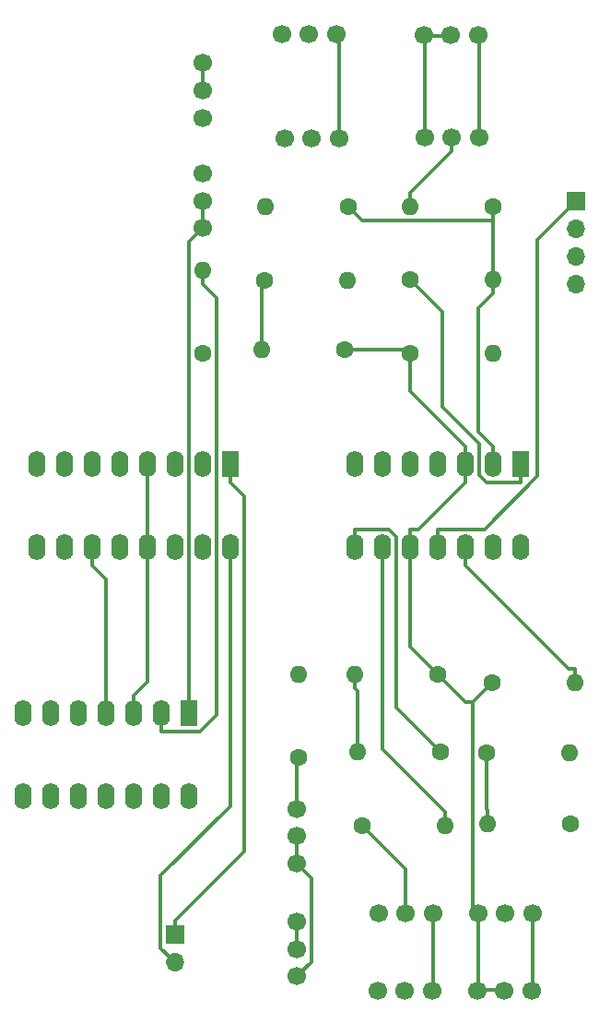
<source format=gtl>
%TF.GenerationSoftware,KiCad,Pcbnew,(5.1.12)-1*%
%TF.CreationDate,2021-11-26T16:38:57-08:00*%
%TF.ProjectId,VCA_2.0,5643415f-322e-4302-9e6b-696361645f70,rev?*%
%TF.SameCoordinates,Original*%
%TF.FileFunction,Copper,L1,Top*%
%TF.FilePolarity,Positive*%
%FSLAX46Y46*%
G04 Gerber Fmt 4.6, Leading zero omitted, Abs format (unit mm)*
G04 Created by KiCad (PCBNEW (5.1.12)-1) date 2021-11-26 16:38:57*
%MOMM*%
%LPD*%
G01*
G04 APERTURE LIST*
%TA.AperFunction,ComponentPad*%
%ADD10C,1.700000*%
%TD*%
%TA.AperFunction,ComponentPad*%
%ADD11R,1.700000X1.700000*%
%TD*%
%TA.AperFunction,ComponentPad*%
%ADD12O,1.700000X1.700000*%
%TD*%
%TA.AperFunction,ComponentPad*%
%ADD13C,1.600000*%
%TD*%
%TA.AperFunction,ComponentPad*%
%ADD14O,1.600000X1.600000*%
%TD*%
%TA.AperFunction,ComponentPad*%
%ADD15R,1.600000X2.400000*%
%TD*%
%TA.AperFunction,ComponentPad*%
%ADD16O,1.600000X2.400000*%
%TD*%
%TA.AperFunction,Conductor*%
%ADD17C,0.304800*%
%TD*%
G04 APERTURE END LIST*
D10*
%TO.P,J2,S*%
%TO.N,GND*%
X139700000Y-49530000D03*
%TO.P,J2,T*%
X142200000Y-49530000D03*
%TO.P,J2,TN*%
%TO.N,Net-(J2-PadTN)*%
X144700000Y-49530000D03*
%TD*%
%TO.P,J3,TN*%
%TO.N,Net-(J3-PadTN)*%
X131627000Y-49376000D03*
%TO.P,J3,T*%
%TO.N,GND*%
X129127000Y-49376000D03*
%TO.P,J3,S*%
X126627000Y-49376000D03*
%TD*%
%TO.P,J4,TN*%
%TO.N,Net-(J4-PadTN)*%
X149606000Y-137166000D03*
%TO.P,J4,T*%
%TO.N,GND*%
X147106000Y-137166000D03*
%TO.P,J4,S*%
X144606000Y-137166000D03*
%TD*%
%TO.P,J5,S*%
%TO.N,GND*%
X135462000Y-137166000D03*
%TO.P,J5,T*%
X137962000Y-137166000D03*
%TO.P,J5,TN*%
%TO.N,Net-(J5-PadTN)*%
X140462000Y-137166000D03*
%TD*%
%TO.P,J10,TN*%
%TO.N,Net-(J10-PadTN)*%
X119380000Y-57070000D03*
%TO.P,J10,T*%
%TO.N,GND*%
X119380000Y-54570000D03*
%TO.P,J10,S*%
X119380000Y-52070000D03*
%TD*%
%TO.P,J11,S*%
%TO.N,GND*%
X128040000Y-130890000D03*
%TO.P,J11,T*%
X128040000Y-133390000D03*
%TO.P,J11,TN*%
%TO.N,Net-(J11-PadTN)*%
X128040000Y-135890000D03*
%TD*%
D11*
%TO.P,J14,1*%
%TO.N,-12V*%
X153670000Y-64770000D03*
D12*
%TO.P,J14,2*%
%TO.N,GND*%
X153670000Y-67310000D03*
%TO.P,J14,3*%
%TO.N,+12V*%
X153670000Y-69850000D03*
%TO.P,J14,4*%
%TO.N,+5V*%
X153670000Y-72390000D03*
%TD*%
D13*
%TO.P,R3,1*%
%TO.N,Net-(R3-Pad1)*%
X146050000Y-65226000D03*
D14*
%TO.P,R3,2*%
%TO.N,Net-(R3-Pad2)*%
X138430000Y-65226000D03*
%TD*%
%TO.P,R4,2*%
%TO.N,Net-(R4-Pad2)*%
X125154000Y-65226000D03*
D13*
%TO.P,R4,1*%
%TO.N,Net-(R3-Pad1)*%
X132774000Y-65226000D03*
%TD*%
%TO.P,R5,1*%
%TO.N,Net-(R5-Pad1)*%
X138430000Y-71965000D03*
D14*
%TO.P,R5,2*%
%TO.N,Net-(R3-Pad1)*%
X146050000Y-71965000D03*
%TD*%
D13*
%TO.P,R6,1*%
%TO.N,Net-(IC1-Pad3)*%
X125020000Y-72050000D03*
D14*
%TO.P,R6,2*%
%TO.N,Net-(R5-Pad1)*%
X132640000Y-72050000D03*
%TD*%
D13*
%TO.P,R7,1*%
%TO.N,GND*%
X132460000Y-78350000D03*
D14*
%TO.P,R7,2*%
%TO.N,Net-(IC1-Pad3)*%
X124840000Y-78350000D03*
%TD*%
%TO.P,R8,2*%
%TO.N,Net-(IC1-Pad5)*%
X146050000Y-78740000D03*
D13*
%TO.P,R8,1*%
%TO.N,GND*%
X138430000Y-78740000D03*
%TD*%
%TO.P,R9,1*%
%TO.N,Net-(R9-Pad1)*%
X119380000Y-78740000D03*
D14*
%TO.P,R9,2*%
%TO.N,Net-(R9-Pad2)*%
X119380000Y-71120000D03*
%TD*%
%TO.P,R10,2*%
%TO.N,Net-(R10-Pad2)*%
X145550000Y-121850000D03*
D13*
%TO.P,R10,1*%
%TO.N,Net-(R10-Pad1)*%
X153170000Y-121850000D03*
%TD*%
%TO.P,R11,1*%
%TO.N,Net-(R11-Pad1)*%
X134050000Y-122050000D03*
D14*
%TO.P,R11,2*%
%TO.N,Net-(R10-Pad2)*%
X141670000Y-122050000D03*
%TD*%
D13*
%TO.P,R12,1*%
%TO.N,Net-(R10-Pad2)*%
X145500000Y-115350000D03*
D14*
%TO.P,R12,2*%
%TO.N,Net-(R12-Pad2)*%
X153120000Y-115350000D03*
%TD*%
%TO.P,R13,2*%
%TO.N,Net-(IC1-Pad14)*%
X133610000Y-115260000D03*
D13*
%TO.P,R13,1*%
%TO.N,Net-(R12-Pad2)*%
X141230000Y-115260000D03*
%TD*%
%TO.P,R14,1*%
%TO.N,GND*%
X140940000Y-108170000D03*
D14*
%TO.P,R14,2*%
%TO.N,Net-(IC1-Pad14)*%
X133320000Y-108170000D03*
%TD*%
%TO.P,R15,2*%
%TO.N,Net-(IC1-Pad12)*%
X153610000Y-108950000D03*
D13*
%TO.P,R15,1*%
%TO.N,GND*%
X145990000Y-108950000D03*
%TD*%
D14*
%TO.P,R16,2*%
%TO.N,Net-(R16-Pad2)*%
X128230000Y-108130000D03*
D13*
%TO.P,R16,1*%
%TO.N,Net-(R16-Pad1)*%
X128230000Y-115750000D03*
%TD*%
D10*
%TO.P,RV1,1*%
%TO.N,Net-(J2-PadTN)*%
X144780000Y-58876000D03*
%TO.P,RV1,2*%
%TO.N,Net-(R3-Pad2)*%
X142280000Y-58876000D03*
%TO.P,RV1,3*%
%TO.N,GND*%
X139780000Y-58876000D03*
%TD*%
%TO.P,RV2,3*%
%TO.N,GND*%
X126910000Y-58978000D03*
%TO.P,RV2,2*%
%TO.N,Net-(R4-Pad2)*%
X129410000Y-58978000D03*
%TO.P,RV2,1*%
%TO.N,Net-(J3-PadTN)*%
X131910000Y-58978000D03*
%TD*%
%TO.P,RV3,1*%
%TO.N,Net-(R9-Pad2)*%
X119380000Y-62210000D03*
%TO.P,RV3,2*%
%TO.N,Net-(J10-PadTN)*%
X119380000Y-64710000D03*
%TO.P,RV3,3*%
X119380000Y-67210000D03*
%TD*%
%TO.P,RV4,1*%
%TO.N,Net-(J4-PadTN)*%
X149686000Y-130054000D03*
%TO.P,RV4,2*%
%TO.N,Net-(R10-Pad1)*%
X147186000Y-130054000D03*
%TO.P,RV4,3*%
%TO.N,GND*%
X144686000Y-130054000D03*
%TD*%
%TO.P,RV5,1*%
%TO.N,Net-(J5-PadTN)*%
X140542000Y-130054000D03*
%TO.P,RV5,2*%
%TO.N,Net-(R11-Pad1)*%
X138042000Y-130054000D03*
%TO.P,RV5,3*%
%TO.N,GND*%
X135542000Y-130054000D03*
%TD*%
%TO.P,RV6,3*%
%TO.N,Net-(J11-PadTN)*%
X128040000Y-125500000D03*
%TO.P,RV6,2*%
X128040000Y-123000000D03*
%TO.P,RV6,1*%
%TO.N,Net-(R16-Pad1)*%
X128040000Y-120500000D03*
%TD*%
D15*
%TO.P,U1,1*%
%TO.N,Net-(R5-Pad1)*%
X148590000Y-88900000D03*
D16*
%TO.P,U1,8*%
%TO.N,Net-(R12-Pad2)*%
X133350000Y-96520000D03*
%TO.P,U1,2*%
%TO.N,Net-(R3-Pad1)*%
X146050000Y-88900000D03*
%TO.P,U1,9*%
%TO.N,Net-(R10-Pad2)*%
X135890000Y-96520000D03*
%TO.P,U1,3*%
%TO.N,GND*%
X143510000Y-88900000D03*
%TO.P,U1,10*%
X138430000Y-96520000D03*
%TO.P,U1,4*%
%TO.N,+12V*%
X140970000Y-88900000D03*
%TO.P,U1,11*%
%TO.N,-12V*%
X140970000Y-96520000D03*
%TO.P,U1,5*%
%TO.N,Net-(IC1-Pad5)*%
X138430000Y-88900000D03*
%TO.P,U1,12*%
%TO.N,Net-(IC1-Pad12)*%
X143510000Y-96520000D03*
%TO.P,U1,6*%
%TO.N,Net-(R9-Pad1)*%
X135890000Y-88900000D03*
%TO.P,U1,13*%
%TO.N,Net-(R16-Pad2)*%
X146050000Y-96520000D03*
%TO.P,U1,7*%
%TO.N,Net-(R9-Pad1)*%
X133350000Y-88900000D03*
%TO.P,U1,14*%
%TO.N,Net-(R16-Pad2)*%
X148590000Y-96520000D03*
%TD*%
%TO.P,U2,14*%
%TO.N,N/C*%
X118110000Y-119380000D03*
%TO.P,U2,7*%
%TO.N,Net-(J11-PadTN)*%
X102870000Y-111760000D03*
%TO.P,U2,13*%
%TO.N,N/C*%
X115570000Y-119380000D03*
%TO.P,U2,6*%
%TO.N,Net-(R16-Pad1)*%
X105410000Y-111760000D03*
%TO.P,U2,12*%
%TO.N,N/C*%
X113030000Y-119380000D03*
%TO.P,U2,5*%
%TO.N,GND*%
X107950000Y-111760000D03*
%TO.P,U2,11*%
%TO.N,-12V*%
X110490000Y-119380000D03*
%TO.P,U2,4*%
%TO.N,+12V*%
X110490000Y-111760000D03*
%TO.P,U2,10*%
%TO.N,N/C*%
X107950000Y-119380000D03*
%TO.P,U2,3*%
%TO.N,GND*%
X113030000Y-111760000D03*
%TO.P,U2,9*%
%TO.N,N/C*%
X105410000Y-119380000D03*
%TO.P,U2,2*%
%TO.N,Net-(R9-Pad2)*%
X115570000Y-111760000D03*
%TO.P,U2,8*%
%TO.N,N/C*%
X102870000Y-119380000D03*
D15*
%TO.P,U2,1*%
%TO.N,Net-(J10-PadTN)*%
X118110000Y-111760000D03*
%TD*%
D11*
%TO.P,J1,1*%
%TO.N,Net-(IC1-Pad1)*%
X116840000Y-132080000D03*
D12*
%TO.P,J1,2*%
%TO.N,Net-(IC1-Pad16)*%
X116840000Y-134620000D03*
%TD*%
D15*
%TO.P,IC1,1*%
%TO.N,Net-(IC1-Pad1)*%
X121920000Y-88900000D03*
D16*
%TO.P,IC1,9*%
%TO.N,Net-(IC1-Pad9)*%
X104140000Y-96520000D03*
%TO.P,IC1,2*%
%TO.N,Net-(IC1-Pad2)*%
X119380000Y-88900000D03*
%TO.P,IC1,10*%
%TO.N,Net-(IC1-Pad10)*%
X106680000Y-96520000D03*
%TO.P,IC1,3*%
%TO.N,Net-(IC1-Pad3)*%
X116840000Y-88900000D03*
%TO.P,IC1,11*%
%TO.N,+12V*%
X109220000Y-96520000D03*
%TO.P,IC1,4*%
%TO.N,GND*%
X114300000Y-88900000D03*
%TO.P,IC1,12*%
%TO.N,Net-(IC1-Pad12)*%
X111760000Y-96520000D03*
%TO.P,IC1,5*%
%TO.N,Net-(IC1-Pad5)*%
X111760000Y-88900000D03*
%TO.P,IC1,13*%
%TO.N,GND*%
X114300000Y-96520000D03*
%TO.P,IC1,6*%
%TO.N,-12V*%
X109220000Y-88900000D03*
%TO.P,IC1,14*%
%TO.N,Net-(IC1-Pad14)*%
X116840000Y-96520000D03*
%TO.P,IC1,7*%
%TO.N,Net-(IC1-Pad7)*%
X106680000Y-88900000D03*
%TO.P,IC1,15*%
%TO.N,Net-(IC1-Pad15)*%
X119380000Y-96520000D03*
%TO.P,IC1,8*%
%TO.N,Net-(IC1-Pad8)*%
X104140000Y-88900000D03*
%TO.P,IC1,16*%
%TO.N,Net-(IC1-Pad16)*%
X121920000Y-96520000D03*
%TD*%
D17*
%TO.N,Net-(IC1-Pad16)*%
X121920000Y-96520000D02*
X121920000Y-120267700D01*
X121920000Y-120267700D02*
X115532400Y-126655300D01*
X115532400Y-126655300D02*
X115532400Y-133312400D01*
X115532400Y-133312400D02*
X116840000Y-134620000D01*
%TO.N,Net-(IC1-Pad14)*%
X133320000Y-108170000D02*
X133320000Y-109427500D01*
X133610000Y-115260000D02*
X133610000Y-109717500D01*
X133610000Y-109717500D02*
X133320000Y-109427500D01*
%TO.N,GND*%
X138430000Y-96520000D02*
X138430000Y-94862500D01*
X143510000Y-88900000D02*
X143510000Y-90557500D01*
X138430000Y-94862500D02*
X139205000Y-94862500D01*
X139205000Y-94862500D02*
X143510000Y-90557500D01*
X140940000Y-108170000D02*
X138430000Y-105660000D01*
X138430000Y-105660000D02*
X138430000Y-96520000D01*
X144686000Y-137086000D02*
X144606000Y-137166000D01*
X144686000Y-130054000D02*
X144686000Y-137086000D01*
X144686000Y-137086000D02*
X147026000Y-137086000D01*
X147026000Y-137086000D02*
X147106000Y-137166000D01*
X144198000Y-110742000D02*
X144198000Y-129566000D01*
X144198000Y-129566000D02*
X144686000Y-130054000D01*
X145990000Y-108950000D02*
X144198000Y-110742000D01*
X140940000Y-108170000D02*
X143512000Y-110742000D01*
X143512000Y-110742000D02*
X144198000Y-110742000D01*
X143510000Y-88900000D02*
X143510000Y-87242500D01*
X143510000Y-87242500D02*
X138430000Y-82162500D01*
X138430000Y-82162500D02*
X138430000Y-78740000D01*
X138430000Y-78740000D02*
X138040000Y-78350000D01*
X138040000Y-78350000D02*
X132460000Y-78350000D01*
X139780000Y-49610000D02*
X139700000Y-49530000D01*
X139780000Y-58876000D02*
X139780000Y-49610000D01*
X139780000Y-49610000D02*
X142120000Y-49610000D01*
X142120000Y-49610000D02*
X142200000Y-49530000D01*
X114300000Y-96520000D02*
X114300000Y-88900000D01*
X113030000Y-110102500D02*
X114300000Y-108832500D01*
X114300000Y-108832500D02*
X114300000Y-96520000D01*
X128040000Y-133390000D02*
X128040000Y-130890000D01*
X119380000Y-52070000D02*
X119380000Y-54570000D01*
X113030000Y-111760000D02*
X113030000Y-110102500D01*
%TO.N,Net-(IC1-Pad12)*%
X153610000Y-108950000D02*
X153610000Y-107692500D01*
X143510000Y-96520000D02*
X143510000Y-98177500D01*
X143510000Y-98177500D02*
X153025000Y-107692500D01*
X153025000Y-107692500D02*
X153610000Y-107692500D01*
%TO.N,+12V*%
X109220000Y-96520000D02*
X109220000Y-98177500D01*
X109220000Y-98177500D02*
X110490000Y-99447500D01*
X110490000Y-99447500D02*
X110490000Y-111760000D01*
%TO.N,-12V*%
X140970000Y-96520000D02*
X140970000Y-94862500D01*
X140970000Y-94862500D02*
X145280200Y-94862500D01*
X145280200Y-94862500D02*
X150145000Y-89997700D01*
X150145000Y-89997700D02*
X150145000Y-68295000D01*
X150145000Y-68295000D02*
X153670000Y-64770000D01*
%TO.N,Net-(IC1-Pad3)*%
X124840000Y-78350000D02*
X124840000Y-72230000D01*
X124840000Y-72230000D02*
X125020000Y-72050000D01*
%TO.N,Net-(IC1-Pad1)*%
X116840000Y-132080000D02*
X116840000Y-130772500D01*
X121920000Y-88900000D02*
X121920000Y-90557500D01*
X121920000Y-90557500D02*
X123177600Y-91815100D01*
X123177600Y-91815100D02*
X123177600Y-124434900D01*
X123177600Y-124434900D02*
X116840000Y-130772500D01*
%TO.N,Net-(J2-PadTN)*%
X144780000Y-58876000D02*
X144780000Y-49610000D01*
X144780000Y-49610000D02*
X144700000Y-49530000D01*
%TO.N,Net-(J3-PadTN)*%
X131910000Y-58978000D02*
X131910000Y-49659000D01*
X131910000Y-49659000D02*
X131627000Y-49376000D01*
%TO.N,Net-(J4-PadTN)*%
X149686000Y-130054000D02*
X149686000Y-137086000D01*
X149686000Y-137086000D02*
X149606000Y-137166000D01*
%TO.N,Net-(J5-PadTN)*%
X140542000Y-130054000D02*
X140542000Y-137086000D01*
X140542000Y-137086000D02*
X140462000Y-137166000D01*
%TO.N,Net-(J10-PadTN)*%
X119380000Y-67210000D02*
X119380000Y-64710000D01*
X118110000Y-111760000D02*
X118110000Y-68480000D01*
X118110000Y-68480000D02*
X119380000Y-67210000D01*
%TO.N,Net-(J11-PadTN)*%
X128040000Y-125500000D02*
X129382700Y-126842700D01*
X129382700Y-126842700D02*
X129382700Y-134547300D01*
X129382700Y-134547300D02*
X128040000Y-135890000D01*
X128040000Y-123000000D02*
X128040000Y-125500000D01*
%TO.N,Net-(R3-Pad1)*%
X146050000Y-66500200D02*
X146050000Y-65226000D01*
X146050000Y-71965000D02*
X146050000Y-66500200D01*
X146050000Y-66500200D02*
X134048200Y-66500200D01*
X134048200Y-66500200D02*
X132774000Y-65226000D01*
X146050000Y-72593800D02*
X146050000Y-71965000D01*
X146050000Y-72593800D02*
X146050000Y-73222500D01*
X146050000Y-88900000D02*
X146050000Y-87242500D01*
X146050000Y-87242500D02*
X144740300Y-85932800D01*
X144740300Y-85932800D02*
X144740300Y-74532200D01*
X144740300Y-74532200D02*
X146050000Y-73222500D01*
%TO.N,Net-(R3-Pad2)*%
X138430000Y-65226000D02*
X138430000Y-63968500D01*
X142280000Y-58876000D02*
X142280000Y-60118500D01*
X142280000Y-60118500D02*
X138430000Y-63968500D01*
%TO.N,Net-(R5-Pad1)*%
X148590000Y-90557500D02*
X145491400Y-90557500D01*
X145491400Y-90557500D02*
X144780000Y-89846100D01*
X144780000Y-89846100D02*
X144780000Y-87029700D01*
X144780000Y-87029700D02*
X141387600Y-83637300D01*
X141387600Y-83637300D02*
X141387600Y-74922600D01*
X141387600Y-74922600D02*
X138430000Y-71965000D01*
X148590000Y-88900000D02*
X148590000Y-90557500D01*
%TO.N,Net-(R9-Pad2)*%
X119380000Y-71120000D02*
X119380000Y-72377500D01*
X115570000Y-111760000D02*
X115570000Y-113417500D01*
X115570000Y-113417500D02*
X119148700Y-113417500D01*
X119148700Y-113417500D02*
X120662400Y-111903800D01*
X120662400Y-111903800D02*
X120662400Y-73659900D01*
X120662400Y-73659900D02*
X119380000Y-72377500D01*
%TO.N,Net-(R10-Pad2)*%
X141670000Y-122050000D02*
X141670000Y-120792500D01*
X135890000Y-96520000D02*
X135890000Y-115012500D01*
X135890000Y-115012500D02*
X141670000Y-120792500D01*
X145550000Y-121850000D02*
X145550000Y-120592500D01*
X145500000Y-115350000D02*
X145500000Y-120542500D01*
X145500000Y-120542500D02*
X145550000Y-120592500D01*
%TO.N,Net-(R11-Pad1)*%
X138042000Y-130054000D02*
X138042000Y-126042000D01*
X138042000Y-126042000D02*
X134050000Y-122050000D01*
%TO.N,Net-(R12-Pad2)*%
X133350000Y-96520000D02*
X133350000Y-94862500D01*
X133350000Y-94862500D02*
X136448600Y-94862500D01*
X136448600Y-94862500D02*
X137160000Y-95573900D01*
X137160000Y-95573900D02*
X137160000Y-111190000D01*
X137160000Y-111190000D02*
X141230000Y-115260000D01*
%TO.N,Net-(R16-Pad1)*%
X128040000Y-120500000D02*
X128040000Y-115940000D01*
X128040000Y-115940000D02*
X128230000Y-115750000D01*
%TD*%
M02*

</source>
